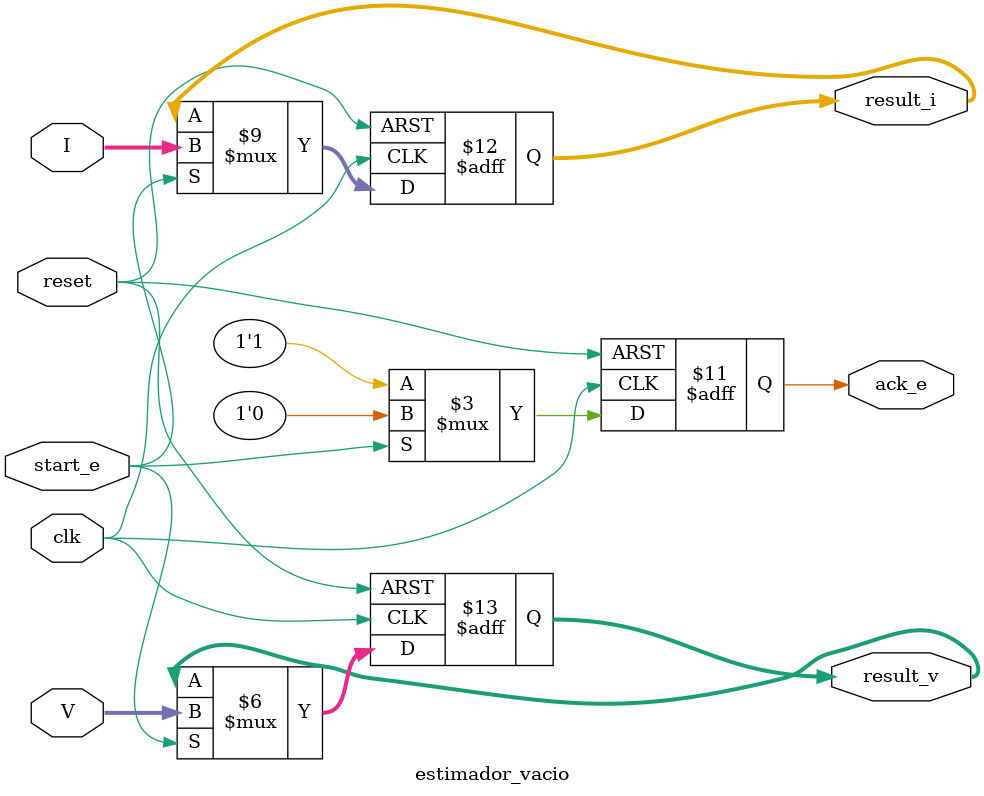
<source format=v>
`timescale 1ns / 1ps


module estimador_vacio(
    inout wire clk,
    input wire [31:0] I,
    input wire [31:0] V,
    input wire reset,
    input wire start_e,
    output reg ack_e,
    output reg [31:0] result_i,
    output reg [31:0] result_v
    );
    

always @(posedge clk, posedge reset)
begin
    if(reset)
        begin
            result_i <= 32'd0;
            result_v <= 32'd0;
            ack_e <= 1'b1;
        end
    else if(start_e)
        begin
            result_i <= I;
            result_v <= V;
            ack_e <= 1'b0;
        end
    else
        begin
            result_i <= result_i;
            result_v <= result_v;
            ack_e <= 1'b1;
        end
end

endmodule
</source>
